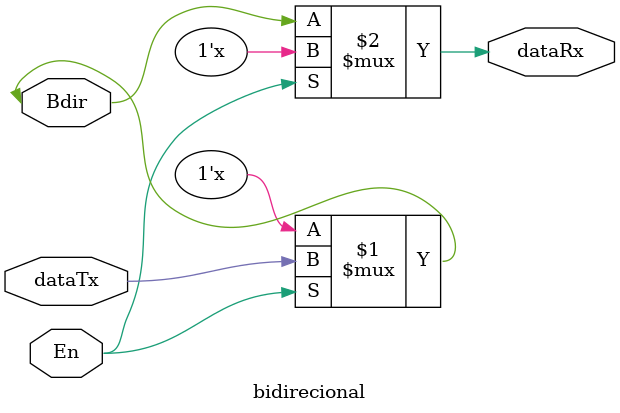
<source format=v>
module bidirecional(En, Bdir, dataRx, dataTx);

	input En;
	inout Bdir;
	input dataTx;
	output dataRx;
	
	
	assign Bdir = En? dataTx: 1'bZ;
	assign dataRx = En? 1'bz: Bdir;
	
endmodule 
</source>
